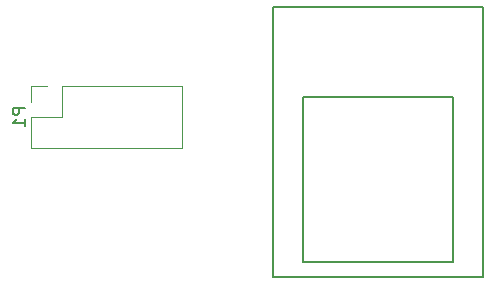
<source format=gbr>
G04 #@! TF.FileFunction,Legend,Bot*
%FSLAX46Y46*%
G04 Gerber Fmt 4.6, Leading zero omitted, Abs format (unit mm)*
G04 Created by KiCad (PCBNEW 4.0.2+dfsg1-stable) date mié 25 sep 2019 12:34:31 CEST*
%MOMM*%
G01*
G04 APERTURE LIST*
%ADD10C,0.100000*%
%ADD11C,0.120000*%
%ADD12C,0.150000*%
G04 APERTURE END LIST*
D10*
D11*
X62251900Y-50486000D02*
X62251900Y-55686000D01*
X52031900Y-50486000D02*
X62251900Y-50486000D01*
X49431900Y-55686000D02*
X62251900Y-55686000D01*
X52031900Y-50486000D02*
X52031900Y-53086000D01*
X52031900Y-53086000D02*
X49431900Y-53086000D01*
X49431900Y-53086000D02*
X49431900Y-55686000D01*
X50761900Y-50486000D02*
X49431900Y-50486000D01*
X49431900Y-50486000D02*
X49431900Y-51816000D01*
D12*
X72478900Y-65405000D02*
X72478900Y-51435000D01*
X72478900Y-51435000D02*
X85178900Y-51435000D01*
X85178900Y-51435000D02*
X85178900Y-65405000D01*
X85178900Y-65405000D02*
X72478900Y-65405000D01*
X69938900Y-66675000D02*
X87718900Y-66675000D01*
X87718900Y-66675000D02*
X87718900Y-43815000D01*
X87718900Y-43815000D02*
X69938900Y-43815000D01*
X69938900Y-43815000D02*
X69938900Y-66675000D01*
X48884281Y-52347905D02*
X47884281Y-52347905D01*
X47884281Y-52728858D01*
X47931900Y-52824096D01*
X47979519Y-52871715D01*
X48074757Y-52919334D01*
X48217614Y-52919334D01*
X48312852Y-52871715D01*
X48360471Y-52824096D01*
X48408090Y-52728858D01*
X48408090Y-52347905D01*
X48884281Y-53871715D02*
X48884281Y-53300286D01*
X48884281Y-53586000D02*
X47884281Y-53586000D01*
X48027138Y-53490762D01*
X48122376Y-53395524D01*
X48169995Y-53300286D01*
M02*

</source>
